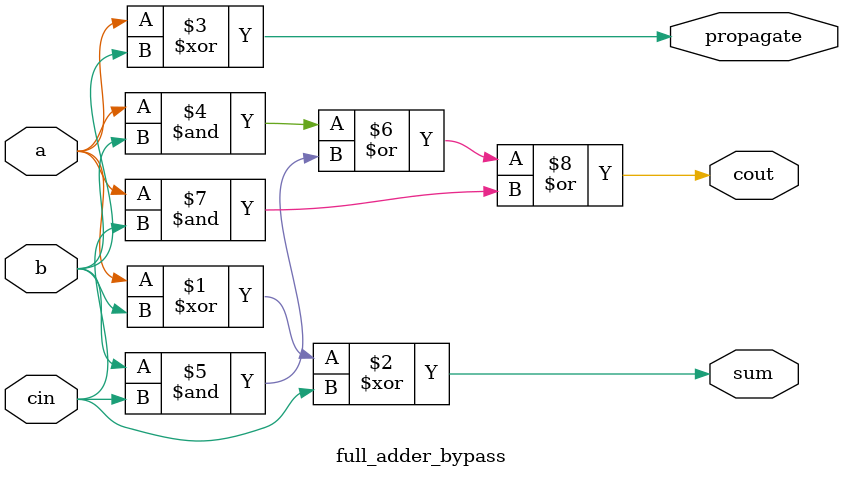
<source format=v>
module ripple_carry_adder_bypass(
  input [3:0] a,  
  input [3:0] b,  
  input cin,      
  output [3:0] sum,  
  output cout,
  output bypass
//   output overflow        
);

  wire [3:0] c; 
  wire [3:0] p;

  genvar i;
  generate
    for (i = 0; i < 4; i = i + 1) begin : full_adder
      full_adder_bypass FA_bypass(
        .a(a[i]),
        .b(b[i]),
        .cin((i == 0) ? cin : c[i - 1]),
        .sum(sum[i]),
        .propagate(p[i]),
        .cout(c[i])
      );
    end
  endgenerate

  assign bypass = p[3] & p[2] & p[1] & p[0];
  assign cout = c[3];
//   assign overflow = (((a[3] == b[3]) && (a[3] != sum[3])) || (1'b0));   

endmodule


module full_adder_bypass(
  input a,   
  input b,    
  input cin,  
  output sum,
  output propagate, 
  output cout 
);

  assign sum = a ^ b ^ cin;
  assign propagate = a ^ b;  
  assign cout = (a & b) | (b & cin) | (a & cin);  

endmodule


</source>
